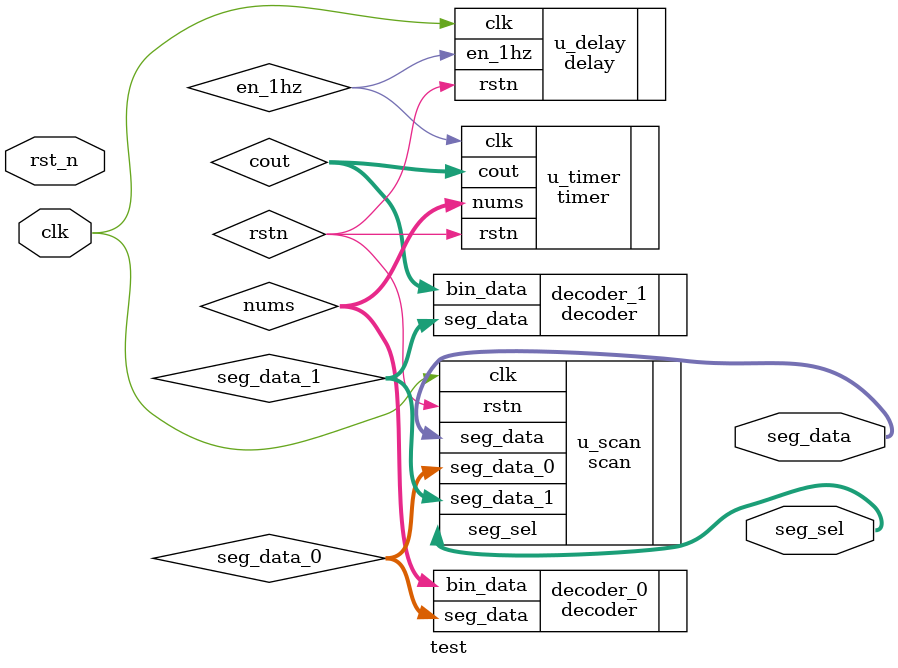
<source format=v>
module test (
    input      clk,
    input      rst_n,
    output[5:0]seg_sel,
    output[7:0]seg_data
);



wire en_1hz;

delay  u_delay (
    .clk                     ( clk      ),
    .rstn                    ( rstn     ),

    .en_1hz                  ( en_1hz   )
);

wire [3:0] nums;
wire [2:0] cout;

timer  u_timer (
    .clk                     ( en_1hz         ),
    .rstn                    ( rstn        ),

    .nums                    ( nums   ),
    .cout                    ( cout   )
);

wire [7:0] seg_data_0;
wire [7:0] seg_data_1;

decoder  decoder_0 (
    .bin_data                ( nums ),
    .seg_data               ( seg_data_0        )
);

decoder  decoder_1 (
    .bin_data                ( cout ),
    .seg_data               ( seg_data_1        )
);



scan u_scan (
    .clk                     ( clk               ),
    .rstn                    ( rstn              ),
    .seg_data_0              ( seg_data_0   ),
    .seg_data_1              ( seg_data_1  ),

    .seg_sel                 ( seg_sel      ),
    .seg_data                ( seg_data     )
);


endmodule //test
</source>
